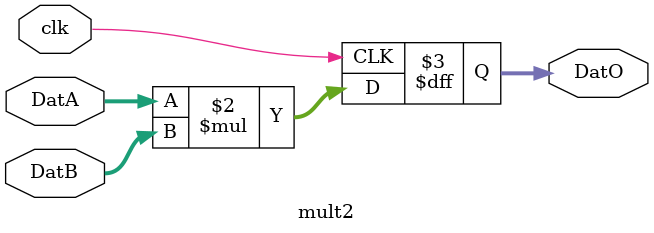
<source format=v>

`timescale 1ns / 1ps

module mult2
    //#(parameter SW = 24, parameter precision = 0)
    #(parameter SW = 24)
    (
    input wire clk,
    input wire [SW-1:0] DatA,
    input wire [SW-1:0] DatB,
    output reg [2*SW-1:0] DatO
    );

always @(posedge clk) begin
    DatO = DatA *DatB ;
end

endmodule

</source>
